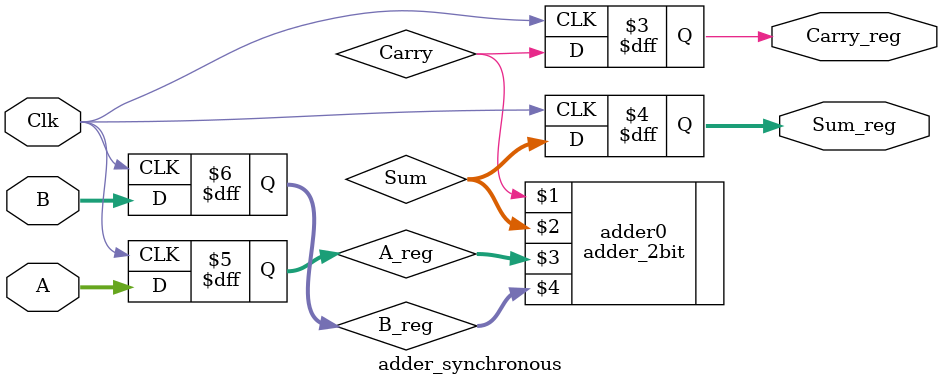
<source format=v>
`timescale 1ns / 1ps
`default_nettype none

module adder_synchronous(Carry_reg,Sum_reg,Clk,A,B);
    //outputs are regs in order to be able to hold state
    output reg Carry_reg;
    output reg [1:0] Sum_reg;
    //inputs are still wires
    input wire Clk;
    input wire [1:0] A,B;
    
    //intermediate nets
    reg [1:0] A_reg,B_reg;  //will use these as 2-bit registers
    wire Carry; //need this to connect to the registers described above
    wire [1:0] Sum;
    
    //instantiate 2-bit adder
    adder_2bit adder0(Carry,Sum,A_reg,B_reg);
    
    //this behavioral block describes two 2-bit registers
    always@(posedge Clk)    //the trigger condition is the positive edge of clock
        begin   //will need this because we will put two statements in here
            A_reg <= A; //we use non-block assignment here because we want
            B_reg <= B; //these two statements to happen concurrently
        end
    //describe the registers for the result
    always@(posedge Clk)
        begin
            Carry_reg <= Carry;
            Sum_reg <= Sum;
        end
    
endmodule
</source>
